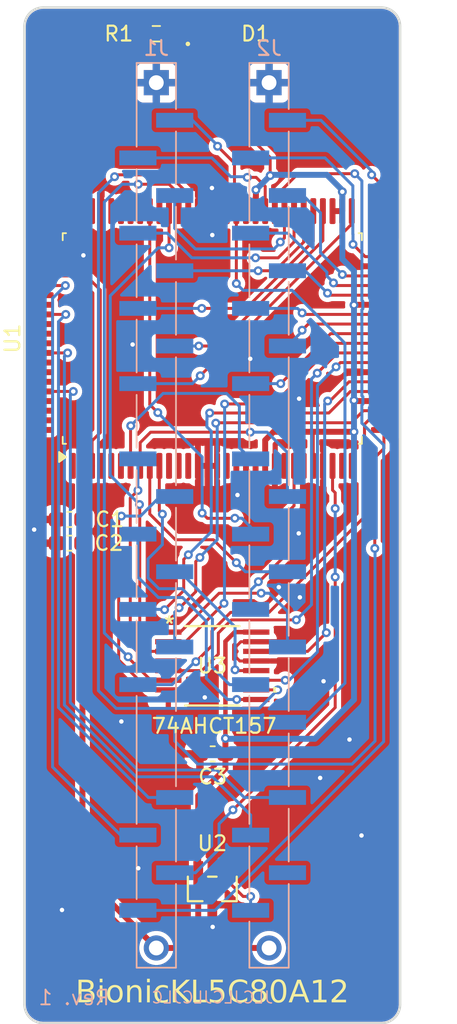
<source format=kicad_pcb>
(kicad_pcb (version 20241229) (generator "pcbnew") (generator_version "9.0")
  (title_block (title "BionicKL5C80A12") (date "2025-11-15") (rev "2") (company "Tadashi G. Takaoka"))
  (layers (0 "F.Cu" signal) (2 "B.Cu" signal) (13 "F.Paste" user) (15 "B.Paste" user) (5 "F.SilkS" user "F.Silkscreen") (7 "B.SilkS" user "B.Silkscreen") (1 "F.Mask" user) (3 "B.Mask" user) (25 "Edge.Cuts" user))
  (net 0 "")
  (net 1 "VCC")
  (net 2 "GND")
  (net 3 "A12")
  (net 4 "P31")
  (net 5 "~{RESET}")
  (net 6 "D3")
  (net 7 "D6")
  (net 8 "A15")
  (net 9 "P33")
  (net 10 "P30")
  (net 11 "D5")
  (net 12 "P32")
  (net 13 "D1")
  (net 14 "D2")
  (net 15 "A14")
  (net 16 "D0")
  (net 17 "A13")
  (net 18 "D4")
  (net 19 "D7")
  (net 20 "~{NMI}")
  (net 21 "IR0")
  (net 22 "A5")
  (net 23 "ASEL")
  (net 24 "~{EIOWR}")
  (net 25 "A3")
  (net 26 "~{BREQ}")
  (net 27 "A7")
  (net 28 "~{M1}")
  (net 29 "A1")
  (net 30 "XIN")
  (net 31 "A0")
  (net 32 "~{EMRD}")
  (net 33 "~{EMWR}")
  (net 34 "A4")
  (net 35 "~{EIORD}")
  (net 36 "A6")
  (net 37 "CLK")
  (net 38 "~{BACK}")
  (net 39 "Net-(D1-K)")
  (net 40 "A2")
  (net 41 "Net-(J2-P57)")
  (net 44 "A16")
  (net 49 "A10")
  (net 58 "A17")
  (net 62 "A9")
  (net 71 "A8")
  (net 76 "A18")
  (net 79 "A11")
  (net 89 "ERDY")
  (footprint "Resistor_SMD:R_0603_1608Metric_Pad0.98x0.95mm_HandSolder" (layer "F.Cu") (at 109.9173 71.778 180)
    (property "Reference" "R1")
    (property "Value" "1.6k")
  )
  (footprint "ti:PW16-M" (layer "F.Cu") (at 113.7 114.45)
    (property "Reference" "U3")
    (property "Value" "74ACT157")
  )
  (footprint "kawasaki:PQFP-100_14x20mm_P0.65mm" (layer "F.Cu") (at 113.7 92.352 90)
    (property "Reference" "U1")
    (property "Value" "KL5C80A12")
  )
  (footprint "Capacitor_SMD:C_0603_1608Metric_Pad1.08x0.95mm_HandSolder" (layer "F.Cu") (at 104.0502 104.5694 180)
    (property "Reference" "C1")
    (property "Value" "0.1u")
  )
  (footprint "rhom:LED_CSL1901UW1_ROM-M" (layer "F.Cu") (at 113.7 71.778)
    (property "Reference" "D1")
    (property "Value" "CSL1901UW1")
  )
  (footprint "microchip:SOT-23_MC_MCH-M" (layer "F.Cu") (at 113.7 129.513 180)
    (property "Reference" "U2")
    (property "Value" "11AA010-I/TT")
  )
  (footprint "Capacitor_SMD:C_0603_1608Metric_Pad1.08x0.95mm_HandSolder" (layer "F.Cu") (at 104.0491 106.1696 180)
    (property "Reference" "C2")
    (property "Value" "22u")
  )
  (footprint "Capacitor_SMD:C_0603_1608Metric_Pad1.08x0.95mm_HandSolder" (layer "F.Cu") (at 113.7265 120.3936 180)
    (property "Reference" "C3")
    (property "Value" "0.1u")
  )
  (footprint "bionic:Bionic-P135_SMT" (layer "B.Cu") (at 109.8946 104.29 180)
    (property "Reference" "J1")
    (property "Value" "Bionic-P135")
  )
  (footprint "bionic:Bionic-P245_SMT" (layer "B.Cu") (at 117.5562 104.29 180)
    (property "Reference" "J2")
    (property "Value" "Bionic-P245")
  )
  (gr_line (start 101 71.27) (end 101 137.31) (stroke (width 0.15)) (layer "Edge.Cuts"))
  (gr_arc (start 102.27 138.58) (mid 101.371974 138.208026) (end 101 137.31) (stroke (width 0.15)) (layer "Edge.Cuts"))
  (gr_line (start 102.27 138.58) (end 125.13 138.58) (stroke (width 0.15)) (layer "Edge.Cuts"))
  (gr_arc (start 125.13 70) (mid 126.028026 70.371974) (end 126.4 71.27) (stroke (width 0.15)) (layer "Edge.Cuts"))
  (gr_arc (start 126.4 137.31) (mid 126.028026 138.208026) (end 125.13 138.58) (stroke (width 0.15)) (layer "Edge.Cuts"))
  (gr_line (start 126.4 137.31) (end 126.4 71.27) (stroke (width 0.15)) (layer "Edge.Cuts"))
  (gr_arc (start 101 71.27) (mid 101.371974 70.371974) (end 102.27 70) (stroke (width 0.15)) (layer "Edge.Cuts"))
  (gr_line (start 125.13 70) (end 102.27 70) (stroke (width 0.15)) (layer "Edge.Cuts"))
  (gr_text "BionicKL5C80A12" (at 113.7 136.548 0) (layer "F.SilkS") (effects (font (size 1.5 1.5))))
  (gr_text "74AHCT157" (at 113.827 118.514 0) (layer "F.SilkS") (effects (font (size 1 1))))
  (gr_text "JLCJLCJLCJLC" (at 113.7 137.31 0) (layer "B.SilkS") (effects (font (size 0.8 0.8)) (justify bottom mirror)))
  (gr_text "Rev. 1" (at 106.842 137.437 0) (layer "B.SilkS") (effects (font (size 1 1)) (justify left bottom mirror)))
  (segment (start 105.575 99.2578) (end 106.1308 98.702) (width 0.2) (layer "F.Cu") (net 1))
  (segment (start 123.3194 96.577) (end 125.3 96.577) (width 0.4) (layer "F.Cu") (net 1))
  (segment (start 105.575 100.952) (end 104.925 100.952) (width 0.4) (layer "F.Cu") (net 1))
  (segment (start 109.9154 133.5) (end 104.925 128.5096) (width 0.4) (layer "F.Cu") (net 1))
  (segment (start 114.5763 77.0993) (end 114.5763 71.778) (width 0.2) (layer "F.Cu") (net 1))
  (segment (start 106.1308 89.0754) (end 105.1824 88.127) (width 0.2) (layer "F.Cu") (net 1))
  (segment (start 117.275 99.2164) (end 117.8402 98.6512) (width 0.4) (layer "F.Cu") (net 1))
  (segment (start 122.4884 82.446) (end 122.4884 83.7386) (width 0.4) (layer "F.Cu") (net 1))
  (segment (start 123.2758 96.5334) (end 123.3194 96.577) (width 0.4) (layer "F.Cu") (net 1))
  (segment (start 105.575 100.952) (end 105.575 99.2578) (width 0.2) (layer "F.Cu") (net 1))
  (segment (start 112.749999 123.223201) (end 112.749999 128.447) (width 0.4) (layer "F.Cu") (net 1))
  (segment (start 114.5879 119.3522) (end 114.5879 112.8001) (width 0.3) (layer "F.Cu") (net 1))
  (segment (start 105.1824 88.127) (end 102.1 88.127) (width 0.2) (layer "F.Cu") (net 1))
  (segment (start 117.275 100.952) (end 117.275 99.2164) (width 0.4) (layer "F.Cu") (net 1))
  (segment (start 112.749999 133.489799) (end 112.7602 133.5) (width 0.2) (layer "F.Cu") (net 1))
  (segment (start 125.3 90.077) (end 123.2902 90.077) (width 0.4) (layer "F.Cu") (net 1))
  (segment (start 116.6464 82.827) (end 116.625 82.8484) (width 0.4) (layer "F.Cu") (net 1))
  (segment (start 122.4884 83.7386) (end 122.475 83.752) (width 0.4) (layer "F.Cu") (net 1))
  (segment (start 120.558 98.6512) (end 123.2758 98.6512) (width 0.4) (layer "F.Cu") (net 1))
  (segment (start 123.2902 90.077) (end 123.2758 90.0914) (width 0.4) (layer "F.Cu") (net 1))
  (segment (start 116.625 82.8484) (end 116.625 84.227) (width 0.4) (layer "F.Cu") (net 1))
  (segment (start 120.525 100.952) (end 120.525 98.6842) (width 0.2) (layer "F.Cu") (net 1))
  (segment (start 109.9154 133.5) (end 112.7602 133.5) (width 0.4) (layer "F.Cu") (net 1))
  (segment (start 106.1308 98.702) (end 106.1308 89.0754) (width 0.2) (layer "F.Cu") (net 1))
  (segment (start 114.5879 119.3522) (end 114.5879 121.3853) (width 0.4) (layer "F.Cu") (net 1))
  (segment (start 112.749999 128.447) (end 112.749999 133.489799) (width 0.4) (layer "F.Cu") (net 1))
  (segment (start 116.6464 82.319) (end 116.6464 82.827) (width 0.4) (layer "F.Cu") (net 1))
  (segment (start 115.212999 112.175001) (end 116.6718 112.175001) (width 0.3) (layer "F.Cu") (net 1))
  (segment (start 117.6116 81.3538) (end 117.6116 80.1346) (width 0.2) (layer "F.Cu") (net 1))
  (segment (start 104.925 128.5096) (end 104.925 100.952) (width 0.4) (layer "F.Cu") (net 1))
  (segment (start 114.5879 121.3853) (end 112.749999 123.223201) (width 0.4) (layer "F.Cu") (net 1))
  (segment (start 120.525 98.6842) (end 120.558 98.6512) (width 0.2) (layer "F.Cu") (net 1))
  (segment (start 117.6116 80.1346) (end 114.5763 77.0993) (width 0.2) (layer "F.Cu") (net 1))
  (segment (start 112.7602 133.5) (end 117.5354 133.5) (width 0.4) (layer "F.Cu") (net 1))
  (segment (start 117.8402 98.6512) (end 120.558 98.6512) (width 0.4) (layer "F.Cu") (net 1))
  (segment (start 114.5879 112.8001) (end 115.212999 112.175001) (width 0.3) (layer "F.Cu") (net 1))
  (segment (start 122.475 83.752) (end 121.825 83.752) (width 0.4) (layer "F.Cu") (net 1))
  (via (at 123.2758 90.0914) (size 0.6) (drill 0.3) (layers "F.Cu" "B.Cu") (net 1))
  (via (at 117.6116 81.3538) (size 0.6) (drill 0.3) (layers "F.Cu" "B.Cu") (net 1))
  (via (at 123.2758 96.5334) (size 0.6) (drill 0.3) (layers "F.Cu" "B.Cu") (net 1))
  (via (at 123.2758 98.6512) (size 0.6) (drill 0.3) (layers "F.Cu" "B.Cu") (net 1))
  (via (at 116.6464 82.319) (size 0.6) (drill 0.3) (layers "F.Cu" "B.Cu") (net 1))
  (via (at 122.4884 82.446) (size 0.6) (drill 0.3) (layers "F.Cu" "B.Cu") (net 1))
  (via (at 114.5879 119.3522) (size 0.6) (drill 0.3) (layers "F.Cu" "B.Cu") (net 1))
  (segment (start 116.6464 82.319) (end 117.6116 81.3538) (width 0.4) (layer "B.Cu") (net 1))
  (segment (start 121.447 81.303) (end 117.6624 81.303) (width 0.4) (layer "B.Cu") (net 1))
  (segment (start 122.4884 82.3444) (end 121.447 81.303) (width 0.4) (layer "B.Cu") (net 1))
  (segment (start 122.4884 86.9926) (end 123.2758 87.78) (width 0.4) (layer "B.Cu") (net 1))
  (segment (start 123.2758 87.78) (end 123.2758 90.0914) (width 0.4) (layer "B.Cu") (net 1))
  (segment (start 123.2758 98.6512) (end 123.2758 96.5334) (width 0.4) (layer "B.Cu") (net 1))
  (segment (start 114.6133 119.3776) (end 120.6342 119.3776) (width 0.4) (layer "B.Cu") (net 1))
  (segment (start 123.2758 116.736) (end 123.2758 98.6512) (width 0.4) (layer "B.Cu") (net 1))
  (segment (start 123.2758 90.0914) (end 123.2758 96.5334) (width 0.4) (layer "B.Cu") (net 1))
  (segment (start 120.6342 119.3776) (end 123.2758 116.736) (width 0.4) (layer "B.Cu") (net 1))
  (segment (start 117.6624 81.303) (end 117.6116 81.3538) (width 0.4) (layer "B.Cu") (net 1))
  (segment (start 114.5879 119.3522) (end 114.6133 119.3776) (width 0.4) (layer "B.Cu") (net 1))
  (segment (start 122.4884 82.446) (end 122.4884 82.3444) (width 0.4) (layer "B.Cu") (net 1))
  (segment (start 122.4884 82.446) (end 122.4884 86.9926) (width 0.4) (layer "B.Cu") (net 1))
  (segment (start 115.3002 113.1546) (end 115.3002 113.8658) (width 0.2) (layer "F.Cu") (net 2))
  (segment (start 118.165198 114.125002) (end 118.1704 114.1198) (width 0.2) (layer "F.Cu") (net 2))
  (segment (start 120.180201 96.416) (end 119.5674 96.416) (width 0.3) (layer "F.Cu") (net 2))
  (segment (start 116.6718 114.125002) (end 118.165198 114.125002) (width 0.2) (layer "F.Cu") (net 2))
  (segment (start 116.6718 112.825002) (end 115.629798 112.825002) (width 0.2) (layer "F.Cu") (net 2))
  (segment (start 125.3 94.627) (end 122.7788 94.627) (width 0.3) (layer "F.Cu") (net 2))
  (segment (start 117.925 100.952) (end 117.925 102.5288) (width 0.4) (layer "F.Cu") (net 2))
  (segment (start 115.3002 113.8658) (end 115.559402 114.125002) (width 0.2) (layer "F.Cu") (net 2))
  (segment (start 118.1958 112.8244) (end 118.195198 112.825002) (width 0.2) (layer "F.Cu") (net 2))
  (segment (start 116.6718 112.825002) (end 118.195198 112.825002) (width 0.2) (layer "F.Cu") (net 2))
  (segment (start 122.7788 94.627) (end 121.940618 95.465182) (width 0.3) (layer "F.Cu") (net 2))
  (segment (start 121.131019 95.465182) (end 120.180201 96.416) (width 0.3) (layer "F.Cu") (net 2))
  (segment (start 121.940618 95.465182) (end 121.131019 95.465182) (width 0.3) (layer "F.Cu") (net 2))
  (segment (start 117.925 102.5288) (end 117.9164 102.5374) (width 0.4) (layer "F.Cu") (net 2))
  (segment (start 115.559402 114.125002) (end 116.6718 114.125002) (width 0.2) (layer "F.Cu") (net 2))
  (segment (start 117.9164 102.5374) (end 117.9164 101.8262) (width 0.2) (layer "F.Cu") (net 2))
  (segment (start 115.629798 112.825002) (end 115.3002 113.1546) (width 0.2) (layer "F.Cu") (net 2))
  (segment (start 125.3 87.477) (end 123.8618 87.477) (width 0.3) (layer "F.Cu") (net 2))
  (via (at 103.54 130.9346) (size 0.6) (drill 0.3) (layers "F.Cu" "B.Cu") (net 2))
  (via (at 122.971 119.4284) (size 0.6) (drill 0.3) (layers "F.Cu" "B.Cu") (net 2))
  (via (at 101.6604 105.2552) (size 0.6) (drill 0.3) (layers "F.Cu" "B.Cu") (net 2))
  (via (at 108.6962 128.1152) (size 0.6) (drill 0.3) (layers "F.Cu" "B.Cu") (net 2))
  (via (at 120.9898 122.0192) (size 0.6) (drill 0.3) (layers "F.Cu" "B.Cu") (net 2))
  (via (at 119.6182 109.8272) (size 0.6) (drill 0.3) (layers "F.Cu" "B.Cu") (net 2))
  (via (at 123.7838 125.9054) (size 0.6) (drill 0.3) (layers "F.Cu" "B.Cu") (net 2))
  (via (at 118.1958 109.1414) (size 0.6) (drill 0.3) (layers "F.Cu" "B.Cu") (net 2))
  (via (at 104.9878 86.7386) (size 0.6) (drill 0.3) (layers "F.Cu" "B.Cu") (net 2))
  (via (at 119.542 105.5092) (size 0.6) (drill 0.3) (layers "F.Cu" "B.Cu") (net 2))
  (via (at 113.6746 82.192) (size 0.6) (drill 0.3) (layers "F.Cu" "B.Cu") (net 2))
  (via (at 119.5674 96.416) (size 0.6) (drill 0.3) (layers "F.Cu" "B.Cu") (net 2))
  (via (at 113.7254 132.0776) (size 0.6) (drill 0.3) (layers "F.Cu" "B.Cu") (net 2))
  (via (at 115.4018 102.9184) (size 0.6) (drill 0.3) (layers "F.Cu" "B.Cu") (net 2))
  (via (at 116.2654 93.7236) (size 0.6) (drill 0.3) (layers "F.Cu" "B.Cu") (net 2))
  (via (at 113.192 116.5836) (size 0.6) (drill 0.3) (layers "F.Cu" "B.Cu") (net 2))
  (via (at 113.7 85.367) (size 0.6) (drill 0.3) (layers "F.Cu" "B.Cu") (net 2))
  (via (at 108.3152 92.7584) (size 0.6) (drill 0.3) (layers "F.Cu" "B.Cu") (net 2))
  (via (at 121.2184 115.4914) (size 0.6) (drill 0.3) (layers "F.Cu" "B.Cu") (net 2))
  (via (at 107.5532 118.2092) (size 0.6) (drill 0.3) (layers "F.Cu" "B.Cu") (net 2))
  (segment (start 111.7696 109.37) (end 110.4742 110.6654) (width 0.2) (layer "F.Cu") (net 3))
  (segment (start 123.026857 95.9324) (end 123.524743 95.9324) (width 0.2) (layer "F.Cu") (net 3))
  (segment (start 121.578057 97.3812) (end 123.026857 95.9324) (width 0.2) (layer "F.Cu") (net 3))
  (segment (start 112.082725 106.953016) (end 111.7696 107.266141) (width 0.2) (layer "F.Cu") (net 3))
  (segment (start 113.5222 97.3812) (end 121.578057 97.3812) (width 0.2) (layer "F.Cu") (net 3))
  (segment (start 125.3 95.927) (end 124.825 95.927) (width 0.2) (layer "F.Cu") (net 3))
  (segment (start 125.2936 95.9334) (end 125.3 95.927) (width 0.2) (layer "F.Cu") (net 3))
  (segment (start 123.524743 95.9324) (end 123.525743 95.9334) (width 0.2) (layer "F.Cu") (net 3))
  (segment (start 123.525743 95.9334) (end 125.2936 95.9334) (width 0.2) (layer "F.Cu") (net 3))
  (segment (start 111.7696 107.266141) (end 111.7696 109.37) (width 0.2) (layer "F.Cu") (net 3))
  (via (at 112.082725 106.953016) (size 0.6) (drill 0.3) (layers "F.Cu" "B.Cu") (net 3))
  (via (at 110.4742 110.6654) (size 0.6) (drill 0.3) (layers "F.Cu" "B.Cu") (net 3))
  (via (at 113.5222 97.3812) (size 0.6) (drill 0.3) (layers "F.Cu" "B.Cu") (net 3))
  (segment (start 112.082725 106.953016) (end 113.6292 105.406541) (width 0.2) (layer "B.Cu") (net 3))
  (segment (start 113.3444 97.807444) (end 113.3444 97.4828) (width 0.2) (layer "B.Cu") (net 3))
  (segment (start 113.6292 105.406541) (end 113.6292 98.609334) (width 0.2) (layer "B.Cu") (net 3))
  (segment (start 113.334798 97.817046) (end 113.3444 97.807444) (width 0.2) (layer "B.Cu") (net 3))
  (segment (start 110.4742 110.6654) (end 110.4488 110.64) (width 0.2) (layer "B.Cu") (net 3))
  (segment (start 113.334798 98.314932) (end 113.334798 97.817046) (width 0.2) (layer "B.Cu") (net 3))
  (segment (start 113.446 97.3812) (end 113.5222 97.3812) (width 0.2) (layer "B.Cu") (net 3))
  (segment (start 110.4488 110.64) (end 108.6708 110.64) (width 0.2) (layer "B.Cu") (net 3))
  (segment (start 113.6292 98.609334) (end 113.334798 98.314932) (width 0.2) (layer "B.Cu") (net 3))
  (segment (start 113.3444 97.4828) (end 113.446 97.3812) (width 0.2) (layer "B.Cu") (net 3))
  (segment (start 107.3754 114.053929) (end 109.396469 116.074998) (width 0.2) (layer "F.Cu") (net 4))
  (segment (start 107.554535 104.3408) (end 107.3754 104.519935) (width 0.2) (layer "F.Cu") (net 4))
  (segment (start 107.3754 104.519935) (end 107.3754 114.053929) (width 0.2) (layer "F.Cu") (net 4))
  (segment (start 109.396469 116.074998) (end 110.7282 116.074998) (width 0.2) (layer "F.Cu") (net 4))
  (via (at 107.554535 104.3408) (size 0.6) (drill 0.3) (layers "F.Cu" "B.Cu") (net 4))
  (segment (start 107.554535 104.3408) (end 108.8486 104.3408) (width 0.2) (layer "B.Cu") (net 4))
  (segment (start 110.1694 103.02) (end 111.16 103.02) (width 0.2) (layer "B.Cu") (net 4))
  (segment (start 108.8486 104.3408) (end 110.1694 103.02) (width 0.2) (layer "B.Cu") (net 4))
  (segment (start 117.925 82.793) (end 117.925 83.752) (width 0.2) (layer "F.Cu") (net 5))
  (segment (start 119.4912 81.2268) (end 117.925 82.793) (width 0.2) (layer "F.Cu") (net 5))
  (segment (start 123.3266 81.2268) (end 119.4912 81.2268) (width 0.2) (layer "F.Cu") (net 5))
  (via (at 123.3266 81.2268) (size 0.6) (drill 0.3) (layers "F.Cu" "B.Cu") (net 5))
  (segment (start 123.8092 96.216857) (end 123.8768 96.284457) (width 0.2) (layer "B.Cu") (net 5))
  (segment (start 123.8768 96.284457) (end 123.8768 96.782343) (width 0.2) (layer "B.Cu") (net 5))
  (segment (start 123.8768 96.782343) (end 123.8092 96.849943) (width 0.2) (layer "B.Cu") (net 5))
  (segment (start 123.8092 90.407943) (end 123.8092 96.216857) (width 0.2) (layer "B.Cu") (net 5))
  (segment (start 123.8092 81.7094) (end 123.8092 89.774857) (width 0.2) (layer "B.Cu") (net 5))
  (segment (start 113.885 130.96) (end 108.6708 130.96) (width 0.2) (layer "B.Cu") (net 5))
  (segment (start 123.8768 89.842457) (end 123.8768 90.340343) (width 0.2) (layer "B.Cu") (net 5))
  (segment (start 123.8092 98.067) (end 125.2824 99.5402) (width 0.2) (layer "B.Cu") (net 5))
  (segment (start 123.8092 96.849943) (end 123.8092 98.067) (width 0.2) (layer "B.Cu") (net 5))
  (segment (start 125.2824 99.5402) (end 125.2824 119.5626) (width 0.2) (layer "B.Cu") (net 5))
  (segment (start 123.8768 90.340343) (end 123.8092 90.407943) (width 0.2) (layer "B.Cu") (net 5))
  (segment (start 123.8092 89.774857) (end 123.8768 89.842457) (width 0.2) (layer "B.Cu") (net 5))
  (segment (start 123.3266 81.2268) (end 123.8092 81.7094) (width 0.2) (layer "B.Cu") (net 5))
  (segment (start 125.2824 119.5626) (end 113.885 130.96) (width 0.2) (layer "B.Cu") (net 5))
  (segment (start 116.621 86.9068) (end 118.1546 86.9068) (width 0.2) (layer "F.Cu") (net 6))
  (segment (start 119.225 85.8364) (end 119.225 83.752) (width 0.2) (layer "F.Cu") (net 6))
  (segment (start 118.1546 86.9068) (end 119.225 85.8364) (width 0.2) (layer "F.Cu") (net 6))
  (via (at 116.621 86.9068) (size 0.6) (drill 0.3) (layers "F.Cu" "B.Cu") (net 6))
  (segment (start 116.621 86.9068) (end 112.3188 86.9068) (width 0.2) (layer "B.Cu") (net 6))
  (segment (start 112.3188 86.9068) (end 110.652 85.24) (width 0.2) (layer "B.Cu") (net 6))
  (segment (start 110.652 85.24) (end 108.6708 85.24) (width 0.2) (layer "B.Cu") (net 6))
  (segment (start 121.175 83.752) (end 121.175 85.7406) (width 0.2) (layer "F.Cu") (net 7))
  (segment (start 121.175 85.7406) (end 114.0556 92.86) (width 0.2) (layer "F.Cu") (net 7))
  (segment (start 114.0556 92.86) (end 112.7856 92.86) (width 0.2) (layer "F.Cu") (net 7))
  (via (at 112.7856 92.86) (size 0.6) (drill 0.3) (layers "F.Cu" "B.Cu") (net 7))
  (segment (start 112.7856 92.86) (end 111.16 92.86) (width 0.2) (layer "B.Cu") (net 7))
  (segment (start 125.3 99.7766) (end 125.3 98.527) (width 0.2) (layer "F.Cu") (net 8))
  (segment (start 124.6824 100.3942) (end 125.3 99.7766) (width 0.2) (layer "F.Cu") (net 8))
  (segment (start 124.6824 106.5252) (end 124.6824 100.3942) (width 0.2) (layer "F.Cu") (net 8))
  (via (at 124.6824 106.5252) (size 0.6) (drill 0.3) (layers "F.Cu" "B.Cu") (net 8))
  (segment (start 124.6982 119.53) (end 123.1424 121.0858) (width 0.2) (layer "B.Cu") (net 8))
  (segment (start 112.7158 121.0858) (end 111.16 119.53) (width 0.2) (layer "B.Cu") (net 8))
  (segment (start 111.16 119.53) (end 111.16 118.26) (width 0.2) (layer "B.Cu") (net 8))
  (segment (start 124.6982 106.541) (end 124.6982 119.53) (width 0.2) (layer "B.Cu") (net 8))
  (segment (start 123.1424 121.0858) (end 112.7158 121.0858) (width 0.2) (layer "B.Cu") (net 8))
  (segment (start 124.6824 106.5252) (end 124.6982 106.541) (width 0.2) (layer "B.Cu") (net 8))
  (segment (start 115.2379 114.719998) (end 115.292903 114.775001) (width 0.2) (layer "F.Cu") (net 9))
  (segment (start 115.292903 114.775001) (end 116.6718 114.775001) (width 0.2) (layer "F.Cu") (net 9))
  (via (at 115.2379 114.719998) (size 0.6) (drill 0.3) (layers "F.Cu" "B.Cu") (net 9))
  (segment (start 115.2379 111.8223) (end 111.5156 108.1) (width 0.2) (layer "B.Cu") (net 9))
  (segment (start 115.2379 114.719998) (end 115.2379 111.8223) (width 0.2) (layer "B.Cu") (net 9))
  (segment (start 111.5156 108.1) (end 111.16 108.1) (width 0.2) (layer "B.Cu") (net 9))
  (segment (start 108.675965 102.608435) (end 108.154535 103.129865) (width 0.2) (layer "F.Cu") (net 10))
  (segment (start 109.258871 114.124999) (end 110.7282 114.124999) (width 0.2) (layer "F.Cu") (net 10))
  (segment (start 108.154535 113.020663) (end 109.258871 114.124999) (width 0.2) (layer "F.Cu") (net 10))
  (segment (start 108.154535 103.129865) (end 108.154535 113.020663) (width 0.2) (layer "F.Cu") (net 10))
  (via (at 108.675965 102.608435) (size 0.6) (drill 0.3) (layers "F.Cu" "B.Cu") (net 10))
  (segment (start 108.675965 102.608435) (end 108.6708 102.60327) (width 0.2) (layer "B.Cu") (net 10))
  (segment (start 108.6708 102.60327) (end 108.6708 100.48) (width 0.2) (layer "B.Cu") (net 10))
  (segment (start 115.986 90.32) (end 120.525 85.781) (width 0.2) (layer "F.Cu") (net 11))
  (segment (start 112.9888 90.32) (end 115.986 90.32) (width 0.2) (layer "F.Cu") (net 11))
  (segment (start 120.525 85.781) (end 120.525 83.752) (width 0.2) (layer "F.Cu") (net 11))
  (via (at 112.9888 90.32) (size 0.6) (drill 0.3) (layers "F.Cu" "B.Cu") (net 11))
  (segment (start 112.9888 90.32) (end 108.6708 90.32) (width 0.2) (layer "B.Cu") (net 11))
  (segment (start 115.351 116.724999) (end 116.6718 116.724999) (width 0.2) (layer "F.Cu") (net 12))
  (via (at 115.351 116.724999) (size 0.6) (drill 0.3) (layers "F.Cu" "B.Cu") (net 12))
  (segment (start 115.351 116.724999) (end 114.730399 116.724999) (width 0.2) (layer "B.Cu") (net 12))
  (segment (start 113.2936 111.442471) (end 111.691129 109.84) (width 0.2) (layer "B.Cu") (net 12))
  (segment (start 111.691129 109.84) (end 110.0552 109.84) (width 0.2) (layer "B.Cu") (net 12))
  (segment (start 113.2936 115.2882) (end 113.2936 111.442471) (width 0.2) (layer "B.Cu") (net 12))
  (segment (start 110.0552 109.84) (end 108.6708 108.4556) (width 0.2) (layer "B.Cu") (net 12))
  (segment (start 114.730399 116.724999) (end 113.2936 115.2882) (width 0.2) (layer "B.Cu") (net 12))
  (segment (start 108.6708 108.4556) (end 108.6708 105.56) (width 0.2) (layer "B.Cu") (net 12))
  (segment (start 117.275 82.084) (end 117.275 83.752) (width 0.2) (layer "F.Cu") (net 13))
  (segment (start 116.0622 81.47445) (end 116.66545 81.47445) (width 0.2) (layer "F.Cu") (net 13))
  (segment (start 116.66545 81.47445) (end 117.275 82.084) (width 0.2) (layer "F.Cu") (net 13))
  (via (at 116.0622 81.47445) (size 0.6) (drill 0.3) (layers "F.Cu" "B.Cu") (net 13))
  (segment (start 114.9446 81.43) (end 113.6746 80.16) (width 0.2) (layer "B.Cu") (net 13))
  (segment (start 113.6746 80.16) (end 108.6708 80.16) (width 0.2) (layer "B.Cu") (net 13))
  (segment (start 116.0622 81.47445) (end 116.01775 81.43) (width 0.2) (layer "B.Cu") (net 13))
  (segment (start 116.01775 81.43) (end 114.9446 81.43) (width 0.2) (layer "B.Cu") (net 13))
  (segment (start 118.2974 85.84) (end 118.575 85.5624) (width 0.2) (layer "F.Cu") (net 14))
  (segment (start 118.575 85.5624) (end 118.575 83.752) (width 0.2) (layer "F.Cu") (net 14))
  (via (at 118.2974 85.84) (size 0.6) (drill 0.3) (layers "F.Cu" "B.Cu") (net 14))
  (segment (start 118.2974 85.880669) (end 117.871269 86.3068) (width 0.2) (layer "B.Cu") (net 14))
  (segment (start 111.16 84.9098) (end 111.16 82.7) (width 0.2) (layer "B.Cu") (net 14))
  (segment (start 112.557 86.3068) (end 111.16 84.9098) (width 0.2) (layer "B.Cu") (net 14))
  (segment (start 117.871269 86.3068) (end 112.557 86.3068) (width 0.2) (layer "B.Cu") (net 14))
  (segment (start 118.2974 85.84) (end 118.2974 85.880669) (width 0.2) (layer "B.Cu") (net 14))
  (segment (start 117.5354 110.8432) (end 114.937714 110.8432) (width 0.2) (layer "F.Cu") (net 15))
  (segment (start 124.2664 97.8638) (end 123.987 98.1432) (width 0.2) (layer "F.Cu") (net 15))
  (segment (start 125.3 97.877) (end 125.2868 97.8638) (width 0.2) (layer "F.Cu") (net 15))
  (segment (start 123.987 104.3916) (end 117.5354 110.8432) (width 0.2) (layer "F.Cu") (net 15))
  (segment (start 114.937714 110.8432) (end 113.6746 112.106314) (width 0.2) (layer "F.Cu") (net 15))
  (segment (start 125.2868 97.8638) (end 124.2664 97.8638) (width 0.2) (layer "F.Cu") (net 15))
  (segment (start 113.6746 112.106314) (end 113.6746 113.091172) (width 0.2) (layer "F.Cu") (net 15))
  (segment (start 123.987 98.1432) (end 123.987 104.3916) (width 0.2) (layer "F.Cu") (net 15))
  (segment (start 113.6746 113.091172) (end 112.590774 114.174998) (width 0.2) (layer "F.Cu") (net 15))
  (via (at 112.590774 114.174998) (size 0.6) (drill 0.3) (layers "F.Cu" "B.Cu") (net 15))
  (segment (start 110.975 115.72) (end 108.6708 115.72) (width 0.2) (layer "B.Cu") (net 15))
  (segment (start 112.590774 114.174998) (end 112.520002 114.174998) (width 0.2) (layer "B.Cu") (net 15))
  (segment (start 112.520002 114.174998) (end 110.975 115.72) (width 0.2) (layer "B.Cu") (net 15))
  (segment (start 115.1986 80.5156) (end 115.1986 81.938) (width 0.2) (layer "F.Cu") (net 16))
  (segment (start 115.1986 81.938) (end 115.975 82.7144) (width 0.2) (layer "F.Cu") (net 16))
  (segment (start 114.0556 79.3726) (end 115.1986 80.5156) (width 0.2) (layer "F.Cu") (net 16))
  (segment (start 115.975 82.7144) (end 115.975 83.752) (width 0.2) (layer "F.Cu") (net 16))
  (via (at 114.0556 79.3726) (size 0.6) (drill 0.3) (layers "F.Cu" "B.Cu") (net 16))
  (segment (start 112.3538 77.62) (end 111.16 77.62) (width 0.2) (layer "B.Cu") (net 16))
  (segment (start 114.0556 79.3726) (end 114.0556 79.3218) (width 0.2) (layer "B.Cu") (net 16))
  (segment (start 114.0556 79.3218) (end 112.3538 77.62) (width 0.2) (layer "B.Cu") (net 16))
  (segment (start 123.098 98.0416) (end 123.9126 97.227) (width 0.2) (layer "F.Cu") (net 17))
  (segment (start 113.974598 98.0416) (end 123.098 98.0416) (width 0.2) (layer "F.Cu") (net 17))
  (segment (start 112.8618 107.1348) (end 112.5824 107.4142) (width 0.2) (layer "F.Cu") (net 17))
  (segment (start 112.5824 107.4142) (end 112.5824 109.4462) (width 0.2) (layer "F.Cu") (net 17))
  (segment (start 112.5824 109.4462) (end 111.497735 110.530865) (width 0.2) (layer "F.Cu") (net 17))
  (segment (start 111.497735 110.530865) (end 111.457265 110.530865) (width 0.2) (layer "F.Cu") (net 17))
  (segment (start 113.935798 98.0804) (end 113.974598 98.0416) (width 0.2) (layer "F.Cu") (net 17))
  (segment (start 113.935798 98.065989) (end 113.935798 98.0804) (width 0.2) (layer "F.Cu") (net 17))
  (segment (start 123.9126 97.227) (end 125.3 97.227) (width 0.2) (layer "F.Cu") (net 17))
  (via (at 111.457265 110.530865) (size 0.6) (drill 0.3) (layers "F.Cu" "B.Cu") (net 17))
  (via (at 112.8618 107.1348) (size 0.6) (drill 0.3) (layers "F.Cu" "B.Cu") (net 17))
  (via (at 113.935798 98.065989) (size 0.6) (drill 0.3) (layers "F.Cu" "B.Cu") (net 17))
  (segment (start 114.0302 105.941) (end 114.0302 98.249602) (width 0.2) (layer "B.Cu") (net 17))
  (segment (start 113.935798 98.1552) (end 113.935798 98.065989) (width 0.2) (layer "B.Cu") (net 17))
  (segment (start 111.457265 110.530865) (end 111.16 110.82813) (width 0.2) (layer "B.Cu") (net 17))
  (segment (start 112.8618 107.1094) (end 114.0302 105.941) (width 0.2) (layer "B.Cu") (net 17))
  (segment (start 112.8618 107.1348) (end 112.8618 107.1094) (width 0.2) (layer "B.Cu") (net 17))
  (segment (start 114.0302 98.249602) (end 113.935798 98.1552) (width 0.2) (layer "B.Cu") (net 17))
  (segment (start 111.16 110.82813) (end 111.16 113.18) (width 0.2) (layer "B.Cu") (net 17))
  (segment (start 116.7988 87.78) (end 117.9418 87.78) (width 0.2) (layer "F.Cu") (net 18))
  (segment (start 117.9418 87.78) (end 119.875 85.8468) (width 0.2) (layer "F.Cu") (net 18))
  (segment (start 119.875 85.8468) (end 119.875 83.752) (width 0.2) (layer "F.Cu") (net 18))
  (via (at 116.7988 87.78) (size 0.6) (drill 0.3) (layers "F.Cu" "B.Cu") (net 18))
  (segment (start 116.7988 87.78) (end 111.16 87.78) (width 0.2) (layer "B.Cu") (net 18))
  (segment (start 123.125 84.626999) (end 123.125 83.752) (width 0.2) (layer "F.Cu") (net 19))
  (segment (start 112.885399 94.868401) (end 112.885399 94.8666) (width 0.2) (layer "F.Cu") (net 19))
  (segment (start 112.885399 94.8666) (end 123.125 84.626999) (width 0.2) (layer "F.Cu") (net 19))
  (via (at 112.885399 94.868401) (size 0.6) (drill 0.3) (layers "F.Cu" "B.Cu") (net 19))
  (segment (start 112.3538 95.4) (end 108.6708 95.4) (width 0.2) (layer "B.Cu") (net 19))
  (segment (start 112.885399 94.868401) (end 112.3538 95.4) (width 0.2) (layer "B.Cu") (net 19))
  (segment (start 103.7686 88.777) (end 102.1 88.777) (width 0.2) (layer "F.Cu") (net 20))
  (via (at 103.7686 88.777) (size 0.6) (drill 0.3) (layers "F.Cu" "B.Cu") (net 20))
  (segment (start 102.905 89.6406) (end 102.905 121.2826) (width 0.2) (layer "B.Cu") (net 20))
  (segment (start 103.7686 88.777) (end 102.905 89.6406) (width 0.2) (layer "B.Cu") (net 20))
  (segment (start 102.905 121.2826) (end 107.5024 125.88) (width 0.2) (layer "B.Cu") (net 20))
  (segment (start 107.5024 125.88) (end 108.6708 125.88) (width 0.2) (layer "B.Cu") (net 20))
  (segment (start 103.794 90.727) (end 102.1 90.727) (width 0.2) (layer "F.Cu") (net 21))
  (via (at 103.794 90.727) (size 0.6) (drill 0.3) (layers "F.Cu" "B.Cu") (net 21))
  (segment (start 103.305 117.263) (end 109.382 123.34) (width 0.2) (layer "B.Cu") (net 21))
  (segment (start 103.305 91.216) (end 103.305 117.263) (width 0.2) (layer "B.Cu") (net 21))
  (segment (start 109.382 123.34) (end 111.16 123.34) (width 0.2) (layer "B.Cu") (net 21))
  (segment (start 103.794 90.727) (end 103.305 91.216) (width 0.2) (layer "B.Cu") (net 21))
  (segment (start 119.8728 90.727) (end 125.3 90.727) (width 0.2) (layer "F.Cu") (net 22))
  (segment (start 119.7706 90.6248) (end 119.8728 90.727) (width 0.2) (layer "F.Cu") (net 22))
  (via (at 119.7706 90.6248) (size 0.6) (drill 0.3) (layers "F.Cu" "B.Cu") (net 22))
  (segment (start 119.7706 90.6248) (end 119.4658 90.32) (width 0.2) (layer "B.Cu") (net 22))
  (segment (start 119.4658 90.32) (end 116.2908 90.32) (width 0.2) (layer "B.Cu") (net 22))
  (segment (start 114.163399 109.5478) (end 111.536198 112.175001) (width 0.2) (layer "F.Cu") (net 23))
  (segment (start 117.002 109.5478) (end 114.163399 109.5478) (width 0.2) (layer "F.Cu") (net 23))
  (segment (start 111.536198 112.175001) (end 110.7282 112.175001) (width 0.2) (layer "F.Cu") (net 23))
  (via (at 117.002 109.5478) (size 0.6) (drill 0.3) (layers "F.Cu" "B.Cu") (net 23))
  (segment (start 117.002 109.5478) (end 117.5536 109.5478) (width 0.2) (layer "B.Cu") (net 23))
  (segment (start 117.5536 109.5478) (end 118.78 110.7742) (width 0.2) (layer "B.Cu") (net 23))
  (segment (start 118.78 110.7742) (end 118.78 113.18) (width 0.2) (layer "B.Cu") (net 23))
  (segment (start 110.326965 104.208635) (end 110.1186 104.00027) (width 0.2) (layer "F.Cu") (net 24))
  (segment (start 110.1186 100.4834) (end 110.125 100.477) (width 0.2) (layer "F.Cu") (net 24))
  (segment (start 110.1186 104.00027) (end 110.1186 100.4834) (width 0.2) (layer "F.Cu") (net 24))
  (via (at 110.326965 104.208635) (size 0.6) (drill 0.3) (layers "F.Cu" "B.Cu") (net 24))
  (segment (start 110.326965 106.266035) (end 109.3566 107.2364) (width 0.2) (layer "B.Cu") (net 24))
  (segment (start 113.709257 114.560857) (end 114.8684 115.72) (width 0.2) (layer "B.Cu") (net 24))
  (segment (start 111.659815 109.243) (end 113.709257 111.292442) (width 0.2) (layer "B.Cu") (net 24))
  (segment (start 110.326965 104.208635) (end 110.326965 106.266035) (width 0.2) (layer "B.Cu") (net 24))
  (segment (start 109.3566 107.2364) (end 109.3566 108.5128) (width 0.2) (layer "B.Cu") (net 24))
  (segment (start 109.3566 108.5128) (end 110.0868 109.243) (width 0.2) (layer "B.Cu") (net 24))
  (segment (start 114.8684 115.72) (end 116.2908 115.72) (width 0.2) (layer "B.Cu") (net 24))
  (segment (start 110.0868 109.243) (end 111.659815 109.243) (width 0.2) (layer "B.Cu") (net 24))
  (segment (start 113.709257 111.292442) (end 113.709257 114.560857) (width 0.2) (layer "B.Cu") (net 24))
  (segment (start 121.889008 88.600748) (end 122.06526 88.777) (width 0.2) (layer "F.Cu") (net 25))
  (segment (start 122.06526 88.777) (end 125.3 88.777) (width 0.2) (layer "F.Cu") (net 25))
  (via (at 121.889008 88.600748) (size 0.6) (drill 0.3) (layers "F.Cu" "B.Cu") (net 25))
  (segment (start 121.889008 88.577608) (end 121.447 88.1356) (width 0.2) (layer "B.Cu") (net 25))
  (segment (start 121.447 87.8816) (end 118.8054 85.24) (width 0.2) (layer "B.Cu") (net 25))
  (segment (start 121.889008 88.600748) (end 121.889008 88.577608) (width 0.2) (layer "B.Cu") (net 25))
  (segment (start 118.8054 85.24) (end 116.2908 85.24) (width 0.2) (layer "B.Cu") (net 25))
  (segment (start 121.447 88.1356) (end 121.447 87.8816) (width 0.2) (layer "B.Cu") (net 25))
  (segment (start 104.305 95.927) (end 102.1 95.927) (width 0.2) (layer "F.Cu") (net 26))
  (via (at 104.305 95.927) (size 0.6) (drill 0.3) (layers "F.Cu" "B.Cu") (net 26))
  (segment (start 104.305 95.927) (end 104.105 96.127) (width 0.2) (layer "B.Cu") (net 26))
  (segment (start 115.859 123.34) (end 118.78 123.34) (width 0.2) (layer "B.Cu") (net 26))
  (segment (start 104.105 96.127) (end 104.105 116.931628) (width 0.2) (layer "B.Cu") (net 26))
  (segment (start 104.105 116.931628) (end 108.659172 121.4858) (width 0.2) (layer "B.Cu") (net 26))
  (segment (start 114.0048 121.4858) (end 115.859 123.34) (width 0.2) (layer "B.Cu") (net 26))
  (segment (start 108.659172 121.4858) (end 114.0048 121.4858) (width 0.2) (layer "B.Cu") (net 26))
  (segment (start 121.6958 92.027) (end 125.3 92.027) (width 0.2) (layer "F.Cu") (net 27))
  (segment (start 118.3228 95.4) (end 121.6958 92.027) (width 0.2) (layer "F.Cu") (net 27))
  (via (at 118.3228 95.4) (size 0.6) (drill 0.3) (layers "F.Cu" "B.Cu") (net 27))
  (segment (start 118.3228 95.4) (end 116.2908 95.4) (width 0.2) (layer "B.Cu") (net 27))
  (segment (start 110.017 97.3558) (end 109.475 96.8138) (width 0.2) (layer "F.Cu") (net 28))
  (segment (start 115.2144 104.4932) (end 115.224 104.4836) (width 0.2) (layer "F.Cu") (net 28))
  (segment (start 113.0142 104.1376) (end 113.3698 104.4932) (width 0.2) (layer "F.Cu") (net 28))
  (segment (start 109.475 96.8138) (end 109.475 83.752) (width 0.2) (layer "F.Cu") (net 28))
  (segment (start 113.3698 104.4932) (end 115.2144 104.4932) (width 0.2) (layer "F.Cu") (net 28))
  (via (at 110.017 97.3558) (size 0.6) (drill 0.3) (layers "F.Cu" "B.Cu") (net 28))
  (via (at 113.0142 104.1376) (size 0.6) (drill 0.3) (layers "F.Cu" "B.Cu") (net 28))
  (via (at 115.224 104.4836) (size 0.6) (drill 0.3) (layers "F.Cu" "B.Cu") (net 28))
  (segment (start 115.224 104.4836) (end 115.697 104.4836) (width 0.2) (layer "B.Cu") (net 28))
  (segment (start 113.0142 104.1376) (end 113.0142 100.353) (width 0.2) (layer "B.Cu") (net 28))
  (segment (start 113.0142 100.353) (end 110.017 97.3558) (width 0.2) (layer "B.Cu") (net 28))
  (segment (start 116.2908 105.0774) (end 116.2908 105.56) (width 0.2) (layer "B.Cu") (net 28))
  (segment (start 115.697 104.4836) (end 116.2908 105.0774) (width 0.2) (layer "B.Cu") (net 28))
  (segment (start 123.5552 86.3434) (end 123.5552 86.350656) (width 0.2) (layer "F.Cu") (net 29))
  (segment (start 124.031544 86.827) (end 125.3 86.827) (width 0.2) (layer "F.Cu") (net 29))
  (segment (start 123.2092 85.9974) (end 123.5552 86.3434) (width 0.2) (layer "F.Cu") (net 29))
  (segment (start 123.5552 86.350656) (end 124.031544 86.827) (width 0.2) (layer "F.Cu") (net 29))
  (via (at 123.2092 85.9974) (size 0.6) (drill 0.3) (layers "F.Cu" "B.Cu") (net 29))
  (segment (start 123.2092 85.3162) (end 123.1996 85.3066) (width 0.2) (layer "B.Cu") (net 29))
  (segment (start 123.1996 82.0396) (end 121.32 80.16) (width 0.2) (layer "B.Cu") (net 29))
  (segment (start 123.2092 85.9974) (end 123.2092 85.3162) (width 0.2) (layer "B.Cu") (net 29))
  (segment (start 121.32 80.16) (end 116.2908 80.16) (width 0.2) (layer "B.Cu") (net 29))
  (segment (start 123.1996 85.3066) (end 123.1996 82.0396) (width 0.2) (layer "B.Cu") (net 29))
  (segment (start 115.3256 88.6436) (end 115.325 88.643) (width 0.2) (layer "F.Cu") (net 30))
  (segment (start 115.325 88.643) (end 115.325 83.752) (width 0.2) (layer "F.Cu") (net 30))
  (via (at 115.3256 88.6436) (size 0.6) (drill 0.3) (layers "F.Cu" "B.Cu") (net 30))
  (segment (start 122.6662 92.671871) (end 122.6662 115.6184) (width 0.2) (layer "B.Cu") (net 30))
  (segment (start 115.3256 88.6436) (end 115.7828 89.1008) (width 0.2) (layer "B.Cu") (net 30))
  (segment (start 122.6662 115.6184) (end 120.0246 118.26) (width 0.2) (layer "B.Cu") (net 30))
  (segment (start 120.0246 118.26) (end 118.78 118.26) (width 0.2) (layer "B.Cu") (net 30))
  (segment (start 119.095129 89.1008) (end 122.6662 92.671871) (width 0.2) (layer "B.Cu") (net 30))
  (segment (start 115.7828 89.1008) (end 119.095129 89.1008) (width 0.2) (layer "B.Cu") (net 30))
  (segment (start 125.3078 86.1692) (end 125.3 86.177) (width 0.2) (layer "F.Cu") (net 31))
  (segment (start 124.4696 81.303) (end 125.3078 82.1412) (width 0.2) (layer "F.Cu") (net 31))
  (segment (start 125.3078 82.1412) (end 125.3078 86.1692) (width 0.2) (layer "F.Cu") (net 31))
  (via (at 124.4696 81.303) (size 0.6) (drill 0.3) (layers "F.Cu" "B.Cu") (net 31))
  (segment (start 124.4696 81.049) (end 121.0406 77.62) (width 0.2) (layer "B.Cu") (net 31))
  (segment (start 121.0406 77.62) (end 118.78 77.62) (width 0.2) (layer "B.Cu") (net 31))
  (segment (start 124.4696 81.303) (end 124.4696 81.049) (width 0.2) (layer "B.Cu") (net 31))
  (segment (start 108.175 98.258) (end 108.175 100.952) (width 0.2) (layer "F.Cu") (net 32))
  (segment (start 108.1882 98.2448) (end 108.175 98.258) (width 0.2) (layer "F.Cu") (net 32))
  (via (at 108.1882 98.2448) (size 0.6) (drill 0.3) (layers "F.Cu" "B.Cu") (net 32))
  (segment (start 114.6652 96.0604) (end 110.3726 96.0604) (width 0.2) (layer "B.Cu") (net 32))
  (segment (start 115.5288 96.924) (end 114.6652 96.0604) (width 0.2) (layer "B.Cu") (net 32))
  (segment (start 110.3726 96.0604) (end 108.1882 98.2448) (width 0.2) (layer "B.Cu") (net 32))
  (segment (start 116.2908 100.48) (end 115.5288 99.718) (width 0.2) (layer "B.Cu") (net 32))
  (segment (start 115.5288 99.718) (end 115.5288 96.924) (width 0.2) (layer "B.Cu") (net 32))
  (segment (start 116.2654 98.6766) (end 109.531944 98.6766) (width 0.2) (layer "F.Cu") (net 33))
  (segment (start 108.825 99.383544) (end 108.825 100.952) (width 0.2) (layer "F.Cu") (net 33))
  (segment (start 109.531944 98.6766) (end 108.825 99.383544) (width 0.2) (layer "F.Cu") (net 33))
  (via (at 116.2654 98.6766) (size 0.6) (drill 0.3) (layers "F.Cu" "B.Cu") (net 33))
  (segment (start 117.4084 98.6766) (end 118.78 100.0482) (width 0.2) (layer "B.Cu") (net 33))
  (segment (start 116.2654 98.6766) (end 117.4084 98.6766) (width 0.2) (layer "B.Cu") (net 33))
  (segment (start 118.78 100.0482) (end 118.78 103.02) (width 0.2) (layer "B.Cu") (net 33))
  (segment (start 125.29845 89.42855) (end 125.3 89.427) (width 0.2) (layer "F.Cu") (net 34))
  (segment (start 125.3 89.427) (end 124.825 89.427) (width 0.2) (layer "F.Cu") (net 34))
  (segment (start 121.4851 89.2913) (end 121.62235 89.42855) (width 0.2) (layer "F.Cu") (net 34))
  (segment (start 121.62235 89.42855) (end 125.29845 89.42855) (width 0.2) (layer "F.Cu") (net 34))
  (via (at 121.4851 89.2913) (size 0.6) (drill 0.3) (layers "F.Cu" "B.Cu") (net 34))
  (segment (start 121.4851 89.2913) (end 119.9738 87.78) (width 0.2) (layer "B.Cu") (net 34))
  (segment (start 119.9738 87.78) (end 118.78 87.78) (width 0.2) (layer "B.Cu") (net 34))
  (segment (start 113.7762 105.941) (end 111.2108 105.941) (width 0.2) (layer "F.Cu") (net 35))
  (segment (start 111.2108 105.941) (end 109.475 104.2052) (width 0.2) (layer "F.Cu") (net 35))
  (segment (start 115.3256 107.4904) (end 113.7762 105.941) (width 0.2) (layer "F.Cu") (net 35))
  (segment (start 109.475 104.2052) (end 109.475 100.477) (width 0.2) (layer "F.Cu") (net 35))
  (via (at 115.3256 107.4904) (size 0.6) (drill 0.3) (layers "F.Cu" "B.Cu") (net 35))
  (segment (start 115.3256 107.4904) (end 115.9352 108.1) (width 0.2) (layer "B.Cu") (net 35))
  (segment (start 115.9352 108.1) (end 118.78 108.1) (width 0.2) (layer "B.Cu") (net 35))
  (segment (start 119.7706 91.7932) (end 120.1868 91.377) (width 0.2) (layer "F.Cu") (net 36))
  (segment (start 120.1868 91.377) (end 125.3 91.377) (width 0.2) (layer "F.Cu") (net 36))
  (via (at 119.7706 91.7932) (size 0.6) (drill 0.3) (layers "F.Cu" "B.Cu") (net 36))
  (segment (start 119.7706 91.8694) (end 118.78 92.86) (width 0.2) (layer "B.Cu") (net 36))
  (segment (start 119.7706 91.7932) (end 119.7706 91.8694) (width 0.2) (layer "B.Cu") (net 36))
  (segment (start 116.865269 108.770131) (end 118.5514 107.084) (width 0.2) (layer "F.Cu") (net 37))
  (segment (start 116.814287 108.770131) (end 116.865269 108.770131) (width 0.2) (layer "F.Cu") (net 37))
  (segment (start 118.5514 107.084) (end 118.5514 104.3154) (width 0.2) (layer "F.Cu") (net 37))
  (segment (start 118.5514 104.3154) (end 119.225 103.6418) (width 0.2) (layer "F.Cu") (net 37))
  (segment (start 119.225 103.6418) (end 119.225 100.952) (width 0.2) (layer "F.Cu") (net 37))
  (via (at 116.814287 108.770131) (size 0.6) (drill 0.3) (layers "F.Cu" "B.Cu") (net 37))
  (segment (start 116.814287 108.821113) (end 116.2908 109.3446) (width 0.2) (layer "B.Cu") (net 37))
  (segment (start 116.814287 108.770131) (end 116.814287 108.821113) (width 0.2) (layer "B.Cu") (net 37))
  (segment (start 116.2908 109.3446) (end 116.2908 110.64) (width 0.2) (layer "B.Cu") (net 37))
  (segment (start 103.921 93.327) (end 102.1 93.327) (width 0.2) (layer "F.Cu") (net 38))
  (via (at 103.921 93.327) (size 0.6) (drill 0.3) (layers "F.Cu" "B.Cu") (net 38))
  (segment (start 108.550686 121.943) (end 113.711628 121.943) (width 0.2) (layer "B.Cu") (net 38))
  (segment (start 103.921 93.327) (end 103.705 93.543) (width 0.2) (layer "B.Cu") (net 38))
  (segment (start 103.705 93.543) (end 103.705 117.097314) (width 0.2) (layer "B.Cu") (net 38))
  (segment (start 113.711628 121.943) (end 116.2908 124.522172) (width 0.2) (layer "B.Cu") (net 38))
  (segment (start 103.705 117.097314) (end 108.550686 121.943) (width 0.2) (layer "B.Cu") (net 38))
  (segment (start 116.2908 124.522172) (end 116.2908 125.88) (width 0.2) (layer "B.Cu") (net 38))
  (segment (start 112.8237 71.778) (end 110.8298 71.778) (width 0.2) (layer "F.Cu") (net 39))
  (segment (start 122.5814 88.127) (end 125.3 88.127) (width 0.2) (layer "F.Cu") (net 40))
  (segment (start 122.4884 88.034) (end 122.5814 88.127) (width 0.2) (layer "F.Cu") (net 40))
  (via (at 122.4884 88.034) (size 0.6) (drill 0.3) (layers "F.Cu" "B.Cu") (net 40))
  (segment (start 121.0152 86.5608) (end 121.0152 83.8684) (width 0.2) (layer "B.Cu") (net 40))
  (segment (start 121.0152 83.8684) (end 119.8468 82.7) (width 0.2) (layer "B.Cu") (net 40))
  (segment (start 122.4884 88.034) (end 121.0152 86.5608) (width 0.2) (layer "B.Cu") (net 40))
  (segment (start 119.8468 82.7) (end 118.78 82.7) (width 0.2) (layer "B.Cu") (net 40))
  (segment (start 116.2908 130.0202) (end 115.7828 130.0202) (width 0.2) (layer "F.Cu") (net 41))
  (segment (start 114.650001 128.887401) (end 114.650001 128.447) (width 0.2) (layer "F.Cu") (net 41))
  (segment (start 115.7828 130.0202) (end 114.650001 128.887401) (width 0.2) (layer "F.Cu") (net 41))
  (via (at 116.2908 130.0202) (size 0.6) (drill 0.3) (layers "F.Cu" "B.Cu") (net 41))
  (segment (start 116.2908 130.0202) (end 116.2908 130.96) (width 0.2) (layer "B.Cu") (net 41))
  (segment (start 108.7978 112.815399) (end 109.457402 113.475001) (width 0.2) (layer "F.Cu") (net 44))
  (segment (start 109.457402 113.475001) (end 110.7282 113.475001) (width 0.2) (layer "F.Cu") (net 44))
  (segment (start 110.779 86.2306) (end 110.779 85.5274) (width 0.2) (layer "F.Cu") (net 44))
  (segment (start 110.775 85.5234) (end 110.775 83.752) (width 0.2) (layer "F.Cu") (net 44))
  (segment (start 108.779935 103.560935) (end 108.7978 103.5788) (width 0.2) (layer "F.Cu") (net 44))
  (segment (start 110.779 85.5274) (end 110.775 85.5234) (width 0.2) (layer "F.Cu") (net 44))
  (segment (start 108.7978 103.5788) (end 108.7978 112.815399) (width 0.2) (layer "F.Cu") (net 44))
  (via (at 110.779 86.2306) (size 0.6) (drill 0.3) (layers "F.Cu" "B.Cu") (net 44))
  (via (at 108.779935 103.560935) (size 0.6) (drill 0.3) (layers "F.Cu" "B.Cu") (net 44))
  (segment (start 110.0424 86.2306) (end 110.779 86.2306) (width 0.2) (layer "B.Cu") (net 44))
  (segment (start 108.779935 103.560935) (end 106.8038 101.5848) (width 0.2) (layer "B.Cu") (net 44))
  (segment (start 106.8038 101.5848) (end 106.8038 89.4692) (width 0.2) (layer "B.Cu") (net 44))
  (segment (start 106.8038 89.4692) (end 110.0424 86.2306) (width 0.2) (layer "B.Cu") (net 44))
  (segment (start 118.6276 115.424999) (end 116.6718 115.424999) (width 0.2) (layer "F.Cu") (net 49))
  (segment (start 122.0662 94.268057) (end 122.357258 93.977) (width 0.2) (layer "F.Cu") (net 49))
  (segment (start 122.357258 93.977) (end 125.3 93.977) (width 0.2) (layer "F.Cu") (net 49))
  (via (at 118.6276 115.424999) (size 0.6) (drill 0.3) (layers "F.Cu" "B.Cu") (net 49))
  (via (at 122.0662 94.268057) (size 0.6) (drill 0.3) (layers "F.Cu" "B.Cu") (net 49))
  (segment (start 121.600443 94.7324) (end 121.248386 95.084457) (width 0.2) (layer "B.Cu") (net 49))
  (segment (start 121.248386 95.085872) (end 121.138765 95.195493) (width 0.2) (layer "B.Cu") (net 49))
  (segment (start 121.138765 95.196908) (end 120.8066 95.529073) (width 0.2) (layer "B.Cu") (net 49))
  (segment (start 121.248386 95.084457) (end 121.248386 95.085872) (width 0.2) (layer "B.Cu") (net 49))
  (segment (start 120.8046 112.463743) (end 120.8066 112.465743) (width 0.2) (layer "B.Cu") (net 49))
  (segment (start 122.0662 94.268057) (end 121.601858 94.7324) (width 0.2) (layer "B.Cu") (net 49))
  (segment (start 120.8046 111.965857) (end 120.8046 112.463743) (width 0.2) (layer "B.Cu") (net 49))
  (segment (start 120.8066 113.5084) (end 118.890001 115.424999) (width 0.2) (layer "B.Cu") (net 49))
  (segment (start 118.890001 115.424999) (end 118.6276 115.424999) (width 0.2) (layer "B.Cu") (net 49))
  (segment (start 121.138765 95.195493) (end 121.138765 95.196908) (width 0.2) (layer "B.Cu") (net 49))
  (segment (start 120.8066 111.963857) (end 120.8046 111.965857) (width 0.2) (layer "B.Cu") (net 49))
  (segment (start 120.8066 112.465743) (end 120.8066 113.5084) (width 0.2) (layer "B.Cu") (net 49))
  (segment (start 121.601858 94.7324) (end 121.600443 94.7324) (width 0.2) (layer "B.Cu") (net 49))
  (segment (start 120.8066 95.529073) (end 120.8066 111.963857) (width 0.2) (layer "B.Cu") (net 49))
  (segment (start 108.6962 81.938) (end 110.779 81.938) (width 0.2) (layer "F.Cu") (net 58))
  (segment (start 108.0104 113.8404) (end 108.0104 113.8912) (width 0.2) (layer "F.Cu") (net 58))
  (segment (start 109.544199 115.424999) (end 110.7282 115.424999) (width 0.2) (layer "F.Cu") (net 58))
  (segment (start 111.425 82.584) (end 111.425 83.752) (width 0.2) (layer "F.Cu") (net 58))
  (segment (start 110.779 81.938) (end 111.425 82.584) (width 0.2) (layer "F.Cu") (net 58))
  (segment (start 108.0104 113.8912) (end 109.544199 115.424999) (width 0.2) (layer "F.Cu") (net 58))
  (via (at 108.6962 81.938) (size 0.6) (drill 0.3) (layers "F.Cu" "B.Cu") (net 58))
  (via (at 108.0104 113.8404) (size 0.6) (drill 0.3) (layers "F.Cu" "B.Cu") (net 58))
  (segment (start 106.4038 83.1382) (end 106.4038 112.2338) (width 0.2) (layer "B.Cu") (net 58))
  (segment (start 107.604 81.938) (end 106.4038 83.1382) (width 0.2) (layer "B.Cu") (net 58))
  (segment (start 106.4038 112.2338) (end 108.0104 113.8404) (width 0.2) (layer "B.Cu") (net 58))
  (segment (start 108.6962 81.938) (end 107.604 81.938) (width 0.2) (layer "B.Cu") (net 58))
  (segment (start 114.1064 113.6626) (end 112.994002 114.774998) (width 0.2) (layer "F.Cu") (net 62))
  (segment (start 114.9954 111.3512) (end 114.1064 112.2402) (width 0.2) (layer "F.Cu") (net 62))
  (segment (start 114.1064 112.2402) (end 114.1064 113.6626) (width 0.2) (layer "F.Cu") (net 62))
  (segment (start 122.15873 93.327) (end 125.3 93.327) (width 0.2) (layer "F.Cu") (net 62))
  (segment (start 119.38 111.3512) (end 114.9954 111.3512) (width 0.2) (layer "F.Cu") (net 62))
  (segment (start 112.994002 114.774998) (end 110.4742 114.774998) (width 0.2) (layer "F.Cu") (net 62))
  (segment (start 120.791765 94.693965) (end 122.15873 93.327) (width 0.2) (layer "F.Cu") (net 62))
  (via (at 120.791765 94.693965) (size 0.6) (drill 0.3) (layers "F.Cu" "B.Cu") (net 62))
  (via (at 119.38 111.3512) (size 0.6) (drill 0.3) (layers "F.Cu" "B.Cu") (net 62))
  (segment (start 120.4056 110.3256) (end 119.38 111.3512) (width 0.2) (layer "B.Cu") (net 62))
  (segment (start 120.791765 94.693965) (end 120.4056 95.08013) (width 0.2) (layer "B.Cu") (net 62))
  (segment (start 120.4056 95.08013) (end 120.4056 110.3256) (width 0.2) (layer "B.Cu") (net 62))
  (segment (start 114.620598 96.7716) (end 117.8656 96.7716) (width 0.2) (layer "F.Cu") (net 71))
  (segment (start 117.8656 96.7716) (end 121.9602 92.677) (width 0.2) (layer "F.Cu") (net 71))
  (segment (start 111.896001 112.824999) (end 110.4742 112.824999) (width 0.2) (layer "F.Cu") (net 71))
  (segment (start 114.533035 96.776765) (end 114.533035 96.859163) (width 0.2) (layer "F.Cu") (net 71))
  (segment (start 121.9602 92.677) (end 125.3 92.677) (width 0.2) (layer "F.Cu") (net 71))
  (segment (start 114.492565 110.228435) (end 111.896001 112.824999) (width 0.2) (layer "F.Cu") (net 71))
  (segment (start 114.533035 96.859163) (end 114.620598 96.7716) (width 0.2) (layer "F.Cu") (net 71))
  (via (at 114.533035 96.776765) (size 0.6) (drill 0.3) (layers "F.Cu" "B.Cu") (net 71))
  (via (at 114.492565 110.228435) (size 0.6) (drill 0.3) (layers "F.Cu" "B.Cu") (net 71))
  (segment (start 114.5224 110.134402) (end 114.5224 104.397071) (width 0.2) (layer "B.Cu") (net 71))
  (segment (start 114.492565 110.228435) (end 114.492565 110.164237) (width 0.2) (layer "B.Cu") (net 71))
  (segment (start 114.535798 104.383673) (end 114.535798 97.240074) (width 0.2) (layer "B.Cu") (net 71))
  (segment (start 114.5224 104.397071) (end 114.535798 104.383673) (width 0.2) (layer "B.Cu") (net 71))
  (segment (start 114.533035 97.237311) (end 114.533035 96.776765) (width 0.2) (layer "B.Cu") (net 71))
  (segment (start 114.535798 97.240074) (end 114.533035 97.237311) (width 0.2) (layer "B.Cu") (net 71))
  (segment (start 114.492565 110.164237) (end 114.5224 110.134402) (width 0.2) (layer "B.Cu") (net 71))
  (segment (start 107.096 81.43) (end 107.223 81.303) (width 0.2) (layer "F.Cu") (net 76))
  (segment (start 107.223 81.303) (end 110.779 81.303) (width 0.2) (layer "F.Cu") (net 76))
  (segment (start 118.1196 116.075001) (end 116.6718 116.075001) (width 0.2) (layer "F.Cu") (net 76))
  (segment (start 112.075 82.599) (end 112.075 83.752) (width 0.2) (layer "F.Cu") (net 76))
  (segment (start 110.779 81.303) (end 112.075 82.599) (width 0.2) (layer "F.Cu") (net 76))
  (via (at 107.096 81.43) (size 0.6) (drill 0.3) (layers "F.Cu" "B.Cu") (net 76))
  (via (at 118.1196 116.075001) (size 0.6) (drill 0.3) (layers "F.Cu" "B.Cu") (net 76))
  (segment (start 107.202399 117.324999) (end 116.869602 117.324999) (width 0.2) (layer "B.Cu") (net 76))
  (segment (start 106.0038 82.5222) (end 106.0038 116.1264) (width 0.2) (layer "B.Cu") (net 76))
  (segment (start 107.096 81.43) (end 106.0038 82.5222) (width 0.2) (layer "B.Cu") (net 76))
  (segment (start 116.869602 117.324999) (end 118.1196 116.075001) (width 0.2) (layer "B.Cu") (net 76))
  (segment (start 106.0038 116.1264) (end 107.202399 117.324999) (width 0.2) (layer "B.Cu") (net 76))
  (segment (start 120.145399 113.475001) (end 116.6718 113.475001) (width 0.2) (layer "F.Cu") (net 79))
  (segment (start 121.4056 112.2148) (end 120.145399 113.475001) (width 0.2) (layer "F.Cu") (net 79))
  (segment (start 121.6502 96.5684) (end 122.9416 95.277) (width 0.2) (layer "F.Cu") (net 79))
  (segment (start 122.9416 95.277) (end 125.3 95.277) (width 0.2) (layer "F.Cu") (net 79))
  (segment (start 121.4978 96.5684) (end 121.6502 96.5684) (width 0.2) (layer "F.Cu") (net 79))
  (via (at 121.4056 112.2148) (size 0.6) (drill 0.3) (layers "F.Cu" "B.Cu") (net 79))
  (via (at 121.4978 96.5684) (size 0.6) (drill 0.3) (layers "F.Cu" "B.Cu") (net 79))
  (segment (start 121.2946 96.7716) (end 121.2946 112.1038) (width 0.2) (layer "B.Cu") (net 79))
  (segment (start 121.4978 96.5684) (end 121.2946 96.7716) (width 0.2) (layer "B.Cu") (net 79))
  (segment (start 121.2946 112.1038) (end 121.4056 112.2148) (width 0.2) (layer "B.Cu") (net 79))
  (segment (start 115.097649 124.177551) (end 122.0058 117.2694) (width 0.2) (layer "F.Cu") (net 89))
  (segment (start 121.828 101.5214) (end 121.825 101.5184) (width 0.2) (layer "F.Cu") (net 89))
  (segment (start 122.0056 102.7658) (end 121.828 102.5882) (width 0.2) (layer "F.Cu") (net 89))
  (segment (start 122.0058 117.2694) (end 122.0058 108.4558) (width 0.2) (layer "F.Cu") (net 89))
  (segment (start 121.828 102.5882) (end 121.828 101.5214) (width 0.2) (layer "F.Cu") (net 89))
  (segment (start 121.825 101.5184) (end 121.825 100.952) (width 0.2) (layer "F.Cu") (net 89))
  (segment (start 122.0058 108.4558) (end 122.0056 108.4556) (width 0.2) (layer "F.Cu") (net 89))
  (segment (start 122.0056 103.8328) (end 122.0056 102.7658) (width 0.2) (layer "F.Cu") (net 89))
  (via (at 115.097649 124.177551) (size 0.6) (drill 0.3) (layers "F.Cu" "B.Cu") (net 89))
  (via (at 122.0056 103.8328) (size 0.6) (drill 0.3) (layers "F.Cu" "B.Cu") (net 89))
  (via (at 122.0056 108.4556) (size 0.6) (drill 0.3) (layers "F.Cu" "B.Cu") (net 89))
  (segment (start 122.0056 103.8328) (end 122.0056 108.4556) (width 0.2) (layer "B.Cu") (net 89))
  (segment (start 112.557 128.42) (end 111.16 128.42) (width 0.2) (layer "B.Cu") (net 89))
  (segment (start 114.1572 126.8198) (end 112.557 128.42) (width 0.2) (layer "B.Cu") (net 89))
  (segment (start 114.1572 125.118) (end 114.1572 126.8198) (width 0.2) (layer "B.Cu") (net 89))
  (segment (start 115.097649 124.177551) (end 114.1572 125.118) (width 0.2) (layer "B.Cu") (net 89))
  (zone (net 2) (net_name "GND") (layers "F.Cu" "B.Cu") (connect_pads (clearance 0.3)) (min_thickness 0.2) (fill yes (thermal_gap 0.5) (thermal_bridge_width 0.5))
    (polygon (pts (xy 101 70) (xy 126.4 70) (xy 126.4 138.58) (xy 101 138.58)))
  )
)
</source>
